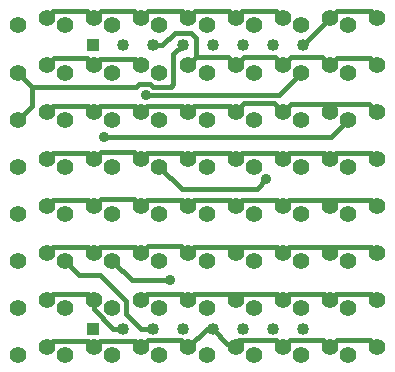
<source format=gtl>
G04 (created by PCBNEW-RS274X (2011-aug-04)-testing) date Mon 11 Feb 2013 10:39:23 AM PST*
G01*
G70*
G90*
%MOIN*%
G04 Gerber Fmt 3.4, Leading zero omitted, Abs format*
%FSLAX34Y34*%
G04 APERTURE LIST*
%ADD10C,0.006000*%
%ADD11C,0.040000*%
%ADD12R,0.040000X0.040000*%
%ADD13C,0.055000*%
%ADD14C,0.035000*%
%ADD15C,0.016000*%
G04 APERTURE END LIST*
G54D10*
G54D11*
X25799Y-21575D03*
X24799Y-21575D03*
X23799Y-21575D03*
G54D12*
X22799Y-21575D03*
G54D11*
X26799Y-21575D03*
X27799Y-21575D03*
X28799Y-21575D03*
X29799Y-21575D03*
X25799Y-31024D03*
X24799Y-31024D03*
X23799Y-31024D03*
G54D12*
X22799Y-31024D03*
G54D11*
X26799Y-31024D03*
X27799Y-31024D03*
X28799Y-31024D03*
X29799Y-31024D03*
G54D13*
X31328Y-28760D03*
X32294Y-28502D03*
X29753Y-28760D03*
X30719Y-28502D03*
X28178Y-28760D03*
X29144Y-28502D03*
X26604Y-28760D03*
X27570Y-28502D03*
X25029Y-28760D03*
X25995Y-28502D03*
X23454Y-28760D03*
X24420Y-28502D03*
X21879Y-28760D03*
X22845Y-28502D03*
X20304Y-28760D03*
X21270Y-28502D03*
X31328Y-27191D03*
X32294Y-26933D03*
X29753Y-27191D03*
X30719Y-26933D03*
X28178Y-27191D03*
X29144Y-26933D03*
X26604Y-27191D03*
X27570Y-26933D03*
X25029Y-27191D03*
X25995Y-26933D03*
X23454Y-27191D03*
X24420Y-26933D03*
X21879Y-27191D03*
X22845Y-26933D03*
X20304Y-30328D03*
X21270Y-30070D03*
X21879Y-30328D03*
X22845Y-30070D03*
X23454Y-30328D03*
X24420Y-30070D03*
X25029Y-30328D03*
X25995Y-30070D03*
X26604Y-30328D03*
X27570Y-30070D03*
X28178Y-30328D03*
X29144Y-30070D03*
X29753Y-30328D03*
X30719Y-30070D03*
X31328Y-30328D03*
X32294Y-30070D03*
X20304Y-31897D03*
X21270Y-31639D03*
X21879Y-31897D03*
X22845Y-31639D03*
X23454Y-31897D03*
X24420Y-31639D03*
X25029Y-31897D03*
X25995Y-31639D03*
X26604Y-31897D03*
X27570Y-31639D03*
X28178Y-31897D03*
X29144Y-31639D03*
X29753Y-31897D03*
X30719Y-31639D03*
X31328Y-31897D03*
X32294Y-31639D03*
X20304Y-20916D03*
X21270Y-20658D03*
X21879Y-20916D03*
X22845Y-20658D03*
X23454Y-20916D03*
X24420Y-20658D03*
X25029Y-20916D03*
X25995Y-20658D03*
X26604Y-20916D03*
X27570Y-20658D03*
X28178Y-20916D03*
X29144Y-20658D03*
X29753Y-20916D03*
X30719Y-20658D03*
X31328Y-20916D03*
X32294Y-20658D03*
X20304Y-22485D03*
X21270Y-22227D03*
X21879Y-22485D03*
X22845Y-22227D03*
X23454Y-22485D03*
X24420Y-22227D03*
X25029Y-22485D03*
X25995Y-22227D03*
X26604Y-22485D03*
X27570Y-22227D03*
X28178Y-22485D03*
X29144Y-22227D03*
X29753Y-22485D03*
X30719Y-22227D03*
X31328Y-22485D03*
X32294Y-22227D03*
X20304Y-27191D03*
X21270Y-26933D03*
X31328Y-25622D03*
X32294Y-25364D03*
X29753Y-25622D03*
X30719Y-25364D03*
X28178Y-25622D03*
X29144Y-25364D03*
X26604Y-25622D03*
X27570Y-25364D03*
X25029Y-25622D03*
X25995Y-25364D03*
X23454Y-25622D03*
X24420Y-25364D03*
X21879Y-25622D03*
X22845Y-25364D03*
X20304Y-25622D03*
X21270Y-25364D03*
X31328Y-24054D03*
X32294Y-23796D03*
X29753Y-24054D03*
X30719Y-23796D03*
X28178Y-24054D03*
X29144Y-23796D03*
X26604Y-24054D03*
X27570Y-23796D03*
X25029Y-24054D03*
X25995Y-23796D03*
X23454Y-24054D03*
X24420Y-23796D03*
X21879Y-24054D03*
X22845Y-23796D03*
X20304Y-24054D03*
X21270Y-23796D03*
G54D14*
X28594Y-26038D03*
X24577Y-23236D03*
X23193Y-24631D03*
X25391Y-29409D03*
G54D15*
X22644Y-26732D02*
X22845Y-26933D01*
X21471Y-26732D02*
X22644Y-26732D01*
X21270Y-26933D02*
X21471Y-26732D01*
X23087Y-26691D02*
X22845Y-26933D01*
X24178Y-26691D02*
X23087Y-26691D01*
X24420Y-26933D02*
X24178Y-26691D01*
X30719Y-26732D02*
X30719Y-26933D01*
X32093Y-26732D02*
X32294Y-26933D01*
X30719Y-26732D02*
X32093Y-26732D01*
X25794Y-26732D02*
X25995Y-26933D01*
X24621Y-26732D02*
X25794Y-26732D01*
X24420Y-26933D02*
X24621Y-26732D01*
X26196Y-26732D02*
X25995Y-26933D01*
X27369Y-26732D02*
X26196Y-26732D01*
X27570Y-26933D02*
X27369Y-26732D01*
X29345Y-26732D02*
X30719Y-26732D01*
X29144Y-26933D02*
X29345Y-26732D01*
X27775Y-26728D02*
X27570Y-26933D01*
X28939Y-26728D02*
X27775Y-26728D01*
X29144Y-26933D02*
X28939Y-26728D01*
X28266Y-26366D02*
X28594Y-26038D01*
X25773Y-26366D02*
X28266Y-26366D01*
X25029Y-25622D02*
X25773Y-26366D01*
X30925Y-25158D02*
X30719Y-25364D01*
X32088Y-25158D02*
X30925Y-25158D01*
X32294Y-25364D02*
X32088Y-25158D01*
X27369Y-25163D02*
X27570Y-25364D01*
X26196Y-25163D02*
X27369Y-25163D01*
X25995Y-25364D02*
X26196Y-25163D01*
X30518Y-25163D02*
X30719Y-25364D01*
X29345Y-25163D02*
X30518Y-25163D01*
X29144Y-25364D02*
X29345Y-25163D01*
X27779Y-25155D02*
X27570Y-25364D01*
X28935Y-25155D02*
X27779Y-25155D01*
X29144Y-25364D02*
X28935Y-25155D01*
X23069Y-25140D02*
X22845Y-25364D01*
X24196Y-25140D02*
X23069Y-25140D01*
X24420Y-25364D02*
X24196Y-25140D01*
X25794Y-25163D02*
X25995Y-25364D01*
X24621Y-25163D02*
X25794Y-25163D01*
X24420Y-25364D02*
X24621Y-25163D01*
X22644Y-25163D02*
X22845Y-25364D01*
X21471Y-25163D02*
X22644Y-25163D01*
X21270Y-25364D02*
X21471Y-25163D01*
X20773Y-23585D02*
X20773Y-22954D01*
X20304Y-24054D02*
X20773Y-23585D01*
X20773Y-22954D02*
X20304Y-22485D01*
X24256Y-22954D02*
X20773Y-22954D01*
X24332Y-22878D02*
X24256Y-22954D01*
X24726Y-22878D02*
X24332Y-22878D01*
X24802Y-22954D02*
X24726Y-22878D01*
X25406Y-22954D02*
X24802Y-22954D01*
X25492Y-22868D02*
X25406Y-22954D01*
X25492Y-21882D02*
X25492Y-22868D01*
X25799Y-21575D02*
X25492Y-21882D01*
X23046Y-22026D02*
X22845Y-22227D01*
X24219Y-22026D02*
X23046Y-22026D01*
X24420Y-22227D02*
X24219Y-22026D01*
X21511Y-21986D02*
X21270Y-22227D01*
X22604Y-21986D02*
X21511Y-21986D01*
X22845Y-22227D02*
X22604Y-21986D01*
X27838Y-21959D02*
X27570Y-22227D01*
X28876Y-21959D02*
X27838Y-21959D01*
X29144Y-22227D02*
X28876Y-21959D01*
X25118Y-21575D02*
X24799Y-21575D01*
X25539Y-21154D02*
X25118Y-21575D01*
X26088Y-21154D02*
X25539Y-21154D01*
X26263Y-21329D02*
X26088Y-21154D01*
X26263Y-21959D02*
X26263Y-21329D01*
X27302Y-21959D02*
X26263Y-21959D01*
X27570Y-22227D02*
X27302Y-21959D01*
X26263Y-21959D02*
X25995Y-22227D01*
X30960Y-21986D02*
X30719Y-22227D01*
X32053Y-21986D02*
X30960Y-21986D01*
X32294Y-22227D02*
X32053Y-21986D01*
X29412Y-21959D02*
X29144Y-22227D01*
X30451Y-21959D02*
X29412Y-21959D01*
X30719Y-22227D02*
X30451Y-21959D01*
X29002Y-23236D02*
X24577Y-23236D01*
X29753Y-22485D02*
X29002Y-23236D01*
X30751Y-24631D02*
X23193Y-24631D01*
X31328Y-24054D02*
X30751Y-24631D01*
X21471Y-29869D02*
X21270Y-30070D01*
X22644Y-29869D02*
X21471Y-29869D01*
X22845Y-30070D02*
X22644Y-29869D01*
X22845Y-30374D02*
X22845Y-30070D01*
X23495Y-31024D02*
X22845Y-30374D01*
X23799Y-31024D02*
X23495Y-31024D01*
X30920Y-29869D02*
X30719Y-30070D01*
X32093Y-29869D02*
X30920Y-29869D01*
X32294Y-30070D02*
X32093Y-29869D01*
X29345Y-29869D02*
X29144Y-30070D01*
X30518Y-29869D02*
X29345Y-29869D01*
X30719Y-30070D02*
X30518Y-29869D01*
X27570Y-29869D02*
X27570Y-30070D01*
X28943Y-29869D02*
X27570Y-29869D01*
X29144Y-30070D02*
X28943Y-29869D01*
X26196Y-29869D02*
X27570Y-29869D01*
X25995Y-30070D02*
X26196Y-29869D01*
X24625Y-29865D02*
X24420Y-30070D01*
X25790Y-29865D02*
X24625Y-29865D01*
X25995Y-30070D02*
X25790Y-29865D01*
X24420Y-31024D02*
X24799Y-31024D01*
X23925Y-30529D02*
X24420Y-31024D01*
X23925Y-30111D02*
X23925Y-30529D01*
X23033Y-29219D02*
X23925Y-30111D01*
X22338Y-29219D02*
X23033Y-29219D01*
X21879Y-28760D02*
X22338Y-29219D01*
X24103Y-29409D02*
X25391Y-29409D01*
X23454Y-28760D02*
X24103Y-29409D01*
X22644Y-31438D02*
X22845Y-31639D01*
X21471Y-31438D02*
X22644Y-31438D01*
X21270Y-31639D02*
X21471Y-31438D01*
X23046Y-31438D02*
X22845Y-31639D01*
X24219Y-31438D02*
X23046Y-31438D01*
X24420Y-31639D02*
X24219Y-31438D01*
X29375Y-31408D02*
X29144Y-31639D01*
X30488Y-31408D02*
X29375Y-31408D01*
X30719Y-31639D02*
X30488Y-31408D01*
X27570Y-31523D02*
X27570Y-31639D01*
X27685Y-31408D02*
X27570Y-31523D01*
X28913Y-31408D02*
X27685Y-31408D01*
X29144Y-31639D02*
X28913Y-31408D01*
X27298Y-31523D02*
X26799Y-31024D01*
X27570Y-31523D02*
X27298Y-31523D01*
X30960Y-31398D02*
X30719Y-31639D01*
X32053Y-31398D02*
X30960Y-31398D01*
X32294Y-31639D02*
X32053Y-31398D01*
X26610Y-31024D02*
X25995Y-31639D01*
X26799Y-31024D02*
X26610Y-31024D01*
X24651Y-31408D02*
X24420Y-31639D01*
X25764Y-31408D02*
X24651Y-31408D01*
X25995Y-31639D02*
X25764Y-31408D01*
X30719Y-28502D02*
X30719Y-28301D01*
X32093Y-28301D02*
X30719Y-28301D01*
X32294Y-28502D02*
X32093Y-28301D01*
X29345Y-28301D02*
X29144Y-28502D01*
X30719Y-28301D02*
X29345Y-28301D01*
X22644Y-28301D02*
X22845Y-28502D01*
X21471Y-28301D02*
X22644Y-28301D01*
X21270Y-28502D02*
X21471Y-28301D01*
X27570Y-28502D02*
X27570Y-28301D01*
X28943Y-28301D02*
X29144Y-28502D01*
X27570Y-28301D02*
X28943Y-28301D01*
X23046Y-28301D02*
X22845Y-28502D01*
X24219Y-28301D02*
X23046Y-28301D01*
X24420Y-28502D02*
X24219Y-28301D01*
X26196Y-28301D02*
X27570Y-28301D01*
X25995Y-28502D02*
X26196Y-28301D01*
X24662Y-28260D02*
X24420Y-28502D01*
X25753Y-28260D02*
X24662Y-28260D01*
X25995Y-28502D02*
X25753Y-28260D01*
X32030Y-23532D02*
X30719Y-23532D01*
X32294Y-23796D02*
X32030Y-23532D01*
X30719Y-23532D02*
X30719Y-23796D01*
X29408Y-23532D02*
X30719Y-23532D01*
X29144Y-23796D02*
X29408Y-23532D01*
X27861Y-23505D02*
X27570Y-23796D01*
X28853Y-23505D02*
X27861Y-23505D01*
X29144Y-23796D02*
X28853Y-23505D01*
X26196Y-23595D02*
X25995Y-23796D01*
X27369Y-23595D02*
X26196Y-23595D01*
X27570Y-23796D02*
X27369Y-23595D01*
X22644Y-23595D02*
X22845Y-23796D01*
X21471Y-23595D02*
X22644Y-23595D01*
X21270Y-23796D02*
X21471Y-23595D01*
X24621Y-23595D02*
X24420Y-23796D01*
X25794Y-23595D02*
X24621Y-23595D01*
X25995Y-23796D02*
X25794Y-23595D01*
X23045Y-23596D02*
X22845Y-23796D01*
X24220Y-23596D02*
X23045Y-23596D01*
X24420Y-23796D02*
X24220Y-23596D01*
X32070Y-20434D02*
X32294Y-20658D01*
X30943Y-20434D02*
X32070Y-20434D01*
X30719Y-20658D02*
X30943Y-20434D01*
X30716Y-20658D02*
X29799Y-21575D01*
X30719Y-20658D02*
X30716Y-20658D01*
X27795Y-20433D02*
X27570Y-20658D01*
X28919Y-20433D02*
X27795Y-20433D01*
X29144Y-20658D02*
X28919Y-20433D01*
X26219Y-20434D02*
X25995Y-20658D01*
X27346Y-20434D02*
X26219Y-20434D01*
X27570Y-20658D02*
X27346Y-20434D01*
X24644Y-20434D02*
X24420Y-20658D01*
X25771Y-20434D02*
X24644Y-20434D01*
X25995Y-20658D02*
X25771Y-20434D01*
X23069Y-20434D02*
X22845Y-20658D01*
X24196Y-20434D02*
X23069Y-20434D01*
X24420Y-20658D02*
X24196Y-20434D01*
X21494Y-20434D02*
X21270Y-20658D01*
X22621Y-20434D02*
X21494Y-20434D01*
X22845Y-20658D02*
X22621Y-20434D01*
M02*

</source>
